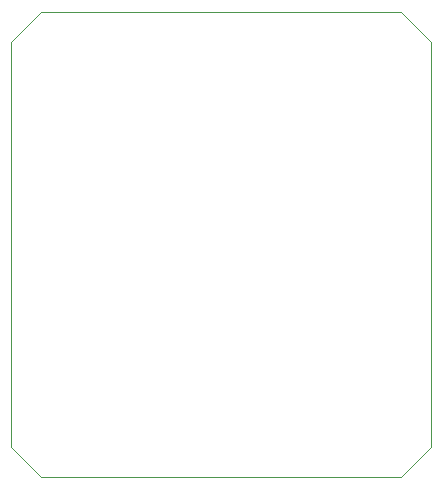
<source format=gbr>
%TF.GenerationSoftware,KiCad,Pcbnew,(6.0.2)*%
%TF.CreationDate,2022-11-08T16:03:38-05:00*%
%TF.ProjectId,RFID Board,52464944-2042-46f6-9172-642e6b696361,rev?*%
%TF.SameCoordinates,Original*%
%TF.FileFunction,Profile,NP*%
%FSLAX46Y46*%
G04 Gerber Fmt 4.6, Leading zero omitted, Abs format (unit mm)*
G04 Created by KiCad (PCBNEW (6.0.2)) date 2022-11-08 16:03:38*
%MOMM*%
%LPD*%
G01*
G04 APERTURE LIST*
%TA.AperFunction,Profile*%
%ADD10C,0.100000*%
%TD*%
G04 APERTURE END LIST*
D10*
X165100000Y-109220000D02*
X134620000Y-109220000D01*
X134620000Y-69850000D02*
X140970000Y-69850000D01*
X165100000Y-69850000D02*
X167640000Y-72390000D01*
X132080000Y-106680000D02*
X132080000Y-72390000D01*
X167640000Y-106680000D02*
X165100000Y-109220000D01*
X132080000Y-72390000D02*
X134620000Y-69850000D01*
X167640000Y-72390000D02*
X167640000Y-106680000D01*
X134620000Y-109220000D02*
X132080000Y-106680000D01*
X140970000Y-69850000D02*
X165100000Y-69850000D01*
M02*

</source>
